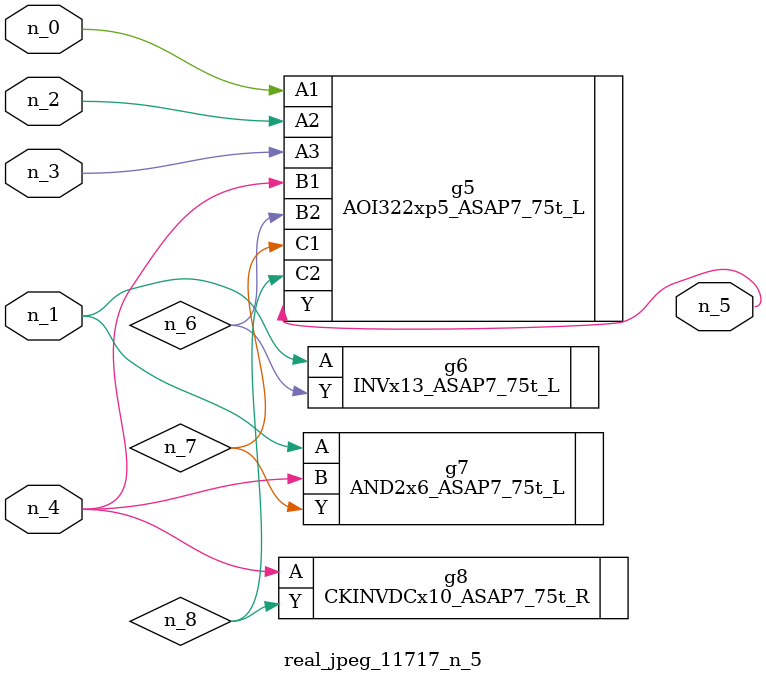
<source format=v>
module real_jpeg_11717_n_5 (n_4, n_0, n_1, n_2, n_3, n_5);

input n_4;
input n_0;
input n_1;
input n_2;
input n_3;

output n_5;

wire n_8;
wire n_6;
wire n_7;

AOI322xp5_ASAP7_75t_L g5 ( 
.A1(n_0),
.A2(n_2),
.A3(n_3),
.B1(n_4),
.B2(n_6),
.C1(n_7),
.C2(n_8),
.Y(n_5)
);

INVx13_ASAP7_75t_L g6 ( 
.A(n_1),
.Y(n_6)
);

AND2x6_ASAP7_75t_L g7 ( 
.A(n_1),
.B(n_4),
.Y(n_7)
);

CKINVDCx10_ASAP7_75t_R g8 ( 
.A(n_4),
.Y(n_8)
);


endmodule
</source>
